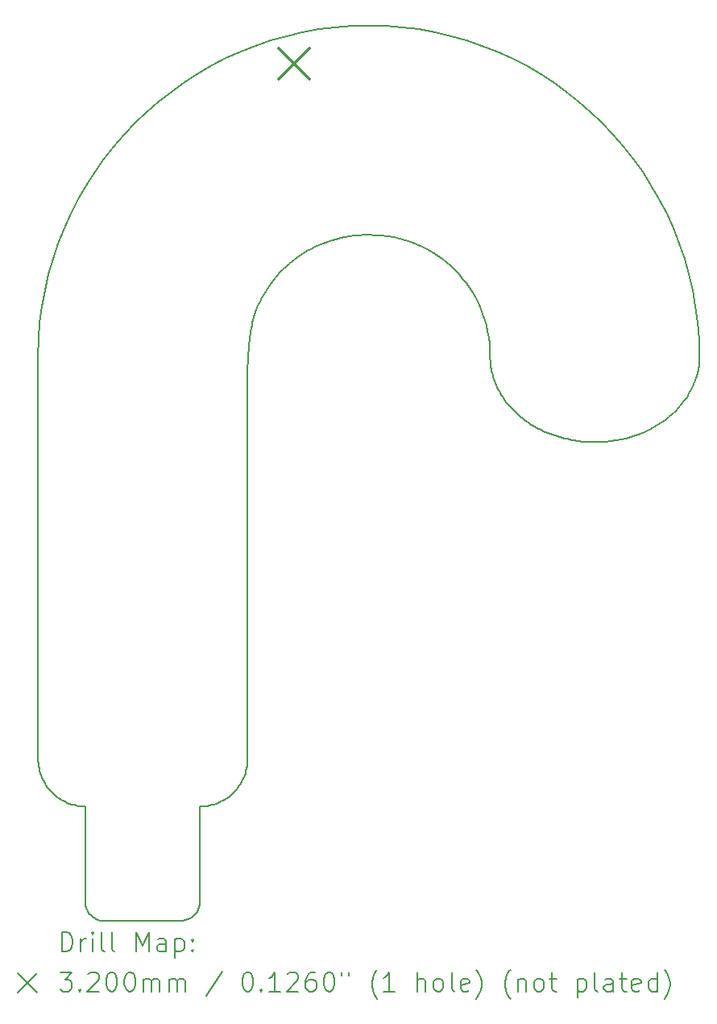
<source format=gbr>
%TF.GenerationSoftware,KiCad,Pcbnew,7.0.9*%
%TF.CreationDate,2023-12-10T17:51:25-07:00*%
%TF.ProjectId,chrimbus2023,63687269-6d62-4757-9332-3032332e6b69,rev?*%
%TF.SameCoordinates,Original*%
%TF.FileFunction,Drillmap*%
%TF.FilePolarity,Positive*%
%FSLAX45Y45*%
G04 Gerber Fmt 4.5, Leading zero omitted, Abs format (unit mm)*
G04 Created by KiCad (PCBNEW 7.0.9) date 2023-12-10 17:51:25*
%MOMM*%
%LPD*%
G01*
G04 APERTURE LIST*
%ADD10C,0.200000*%
%ADD11C,0.320000*%
G04 APERTURE END LIST*
D10*
X8051601Y-14632172D02*
X8077331Y-14631521D01*
X8102723Y-14629590D01*
X8127746Y-14626410D01*
X8152368Y-14622013D01*
X8176558Y-14616429D01*
X8200284Y-14609691D01*
X8223515Y-14601829D01*
X8246220Y-14592876D01*
X8268367Y-14582862D01*
X8289925Y-14571820D01*
X8310863Y-14559779D01*
X8331148Y-14546773D01*
X8350750Y-14532832D01*
X8369638Y-14517987D01*
X8387779Y-14502271D01*
X8405142Y-14485714D01*
X8421697Y-14468349D01*
X8437411Y-14450205D01*
X8452253Y-14431316D01*
X8466192Y-14411712D01*
X8479196Y-14391424D01*
X8491234Y-14370485D01*
X8502274Y-14348925D01*
X8512286Y-14326776D01*
X8521238Y-14304070D01*
X8529097Y-14280837D01*
X8535834Y-14257109D01*
X8541416Y-14232918D01*
X8545812Y-14208296D01*
X8548991Y-14183272D01*
X8550921Y-14157880D01*
X8551571Y-14132150D01*
X13301565Y-9906000D02*
X13297006Y-9728280D01*
X13283477Y-9552763D01*
X13261206Y-9379674D01*
X13230418Y-9209239D01*
X13191337Y-9041683D01*
X13144189Y-8877232D01*
X13089201Y-8716111D01*
X13026597Y-8558547D01*
X12956603Y-8404764D01*
X12879445Y-8254988D01*
X12795348Y-8109445D01*
X12704537Y-7968359D01*
X12607239Y-7831958D01*
X12503678Y-7700466D01*
X12394080Y-7574108D01*
X12278671Y-7453111D01*
X12157676Y-7337699D01*
X12031321Y-7228099D01*
X11899831Y-7124536D01*
X11763432Y-7027235D01*
X11622349Y-6936422D01*
X11476808Y-6852323D01*
X11327034Y-6775163D01*
X11173253Y-6705167D01*
X11015690Y-6642561D01*
X10854572Y-6587572D01*
X10690122Y-6540423D01*
X10522568Y-6501341D01*
X10352133Y-6470551D01*
X10179045Y-6448279D01*
X10003528Y-6434751D01*
X9825809Y-6430191D01*
X11101596Y-9905638D02*
X11101544Y-9906000D01*
X8051601Y-15632162D02*
X8051601Y-14632172D01*
X6845577Y-14632172D02*
X6845577Y-15632162D01*
X7851562Y-15832150D02*
X7876227Y-15830629D01*
X7900317Y-15826127D01*
X7923578Y-15818749D01*
X7945752Y-15808603D01*
X7966584Y-15795794D01*
X7985816Y-15780428D01*
X7993005Y-15773589D01*
X6351550Y-14132150D02*
X6352201Y-14157879D01*
X6354133Y-14183271D01*
X6357313Y-14208294D01*
X6361711Y-14232917D01*
X6367295Y-14257107D01*
X6374034Y-14280835D01*
X6381895Y-14304067D01*
X6390849Y-14326774D01*
X6400863Y-14348922D01*
X6411906Y-14370482D01*
X6423946Y-14391422D01*
X6436952Y-14411709D01*
X6450893Y-14431313D01*
X6465737Y-14450203D01*
X6481454Y-14468346D01*
X6498010Y-14485712D01*
X6515376Y-14502269D01*
X6533519Y-14517985D01*
X6552408Y-14532830D01*
X6572012Y-14546771D01*
X6592299Y-14559778D01*
X6613238Y-14571818D01*
X6634798Y-14582861D01*
X6656947Y-14592875D01*
X6679653Y-14601829D01*
X6702885Y-14609690D01*
X6726613Y-14616429D01*
X6750803Y-14622012D01*
X6775426Y-14626410D01*
X6800449Y-14629590D01*
X6825841Y-14631521D01*
X6851571Y-14632172D01*
X6851571Y-14632172D02*
X6845577Y-14632172D01*
X9825809Y-6430191D02*
X9648088Y-6434751D01*
X9472571Y-6448279D01*
X9299482Y-6470551D01*
X9129047Y-6501341D01*
X8961491Y-6540423D01*
X8797040Y-6587572D01*
X8635920Y-6642562D01*
X8478355Y-6705167D01*
X8324572Y-6775163D01*
X8174797Y-6852323D01*
X8029253Y-6936422D01*
X7888168Y-7027235D01*
X7751767Y-7124536D01*
X7620274Y-7228099D01*
X7493917Y-7337699D01*
X7372919Y-7453111D01*
X7257508Y-7574108D01*
X7147908Y-7700466D01*
X7044345Y-7831958D01*
X6947044Y-7968359D01*
X6856231Y-8109445D01*
X6772132Y-8254988D01*
X6694971Y-8404764D01*
X6624976Y-8558547D01*
X6562370Y-8716111D01*
X6507380Y-8877232D01*
X6460232Y-9041683D01*
X6421150Y-9209239D01*
X6390360Y-9379674D01*
X6368088Y-9552763D01*
X6354560Y-9728280D01*
X6350000Y-9906000D01*
X12201581Y-10805997D02*
X12258186Y-10804824D01*
X12314048Y-10801348D01*
X12369098Y-10795623D01*
X12423267Y-10787708D01*
X12476485Y-10777658D01*
X12528684Y-10765529D01*
X12579793Y-10751379D01*
X12629745Y-10735264D01*
X12678471Y-10717240D01*
X12725900Y-10697364D01*
X12771964Y-10675693D01*
X12816593Y-10652283D01*
X12859720Y-10627191D01*
X12901274Y-10600473D01*
X12941186Y-10572186D01*
X12979387Y-10542386D01*
X13015809Y-10511129D01*
X13050382Y-10478474D01*
X13083037Y-10444475D01*
X13113705Y-10409189D01*
X13142316Y-10372674D01*
X13168803Y-10334985D01*
X13193094Y-10296180D01*
X13215122Y-10256314D01*
X13234818Y-10215444D01*
X13252111Y-10173627D01*
X13266934Y-10130920D01*
X13279217Y-10087378D01*
X13288890Y-10043058D01*
X13295886Y-9998018D01*
X13300134Y-9952313D01*
X13301565Y-9906000D01*
X7045565Y-15832150D02*
X7851562Y-15832150D01*
X6350000Y-9906000D02*
X6350004Y-10248023D01*
X6350016Y-10547848D01*
X6350036Y-10808341D01*
X6350062Y-11032367D01*
X6350095Y-11222791D01*
X6350134Y-11382478D01*
X6350178Y-11514294D01*
X6350227Y-11621103D01*
X6350281Y-11705771D01*
X6350338Y-11771163D01*
X6350399Y-11820144D01*
X6350463Y-11855580D01*
X6350529Y-11880335D01*
X6350666Y-11909266D01*
X6350806Y-11929857D01*
X6350945Y-11965032D01*
X6351014Y-11995251D01*
X6351080Y-12037711D01*
X6351144Y-12095278D01*
X6351206Y-12170816D01*
X6351264Y-12267192D01*
X6351318Y-12387269D01*
X6351368Y-12533914D01*
X6351414Y-12709992D01*
X6351453Y-12918367D01*
X6351488Y-13161905D01*
X6351516Y-13443471D01*
X6351537Y-13765931D01*
X6351550Y-14132150D01*
X11423740Y-10542401D02*
X11443294Y-10558007D01*
X11463267Y-10573176D01*
X11483649Y-10587904D01*
X11504427Y-10602187D01*
X11525591Y-10616021D01*
X11547129Y-10629403D01*
X11569030Y-10642328D01*
X11591283Y-10654794D01*
X11613876Y-10666795D01*
X11636799Y-10678329D01*
X11660040Y-10689391D01*
X11683587Y-10699978D01*
X11707430Y-10710085D01*
X11731557Y-10719710D01*
X11755956Y-10728847D01*
X11780618Y-10737494D01*
X11805530Y-10745647D01*
X11830680Y-10753301D01*
X11856059Y-10760453D01*
X11881654Y-10767099D01*
X11907454Y-10773235D01*
X11933449Y-10778858D01*
X11959626Y-10783963D01*
X11985974Y-10788547D01*
X12012483Y-10792606D01*
X12039140Y-10796136D01*
X12065935Y-10799134D01*
X12092857Y-10801595D01*
X12119893Y-10803515D01*
X12147034Y-10804892D01*
X12174267Y-10805720D01*
X12201581Y-10805997D01*
X11101544Y-9906000D02*
X11101883Y-9928348D01*
X11102896Y-9950629D01*
X11104579Y-9972834D01*
X11106927Y-9994955D01*
X11109936Y-10016981D01*
X11113600Y-10038904D01*
X11117915Y-10060715D01*
X11122877Y-10082403D01*
X11128481Y-10103961D01*
X11134721Y-10125378D01*
X11141594Y-10146646D01*
X11149095Y-10167754D01*
X11157218Y-10188695D01*
X11165960Y-10209459D01*
X11175316Y-10230037D01*
X11185281Y-10250419D01*
X11195850Y-10270596D01*
X11207019Y-10290559D01*
X11218783Y-10310298D01*
X11231138Y-10329806D01*
X11244078Y-10349071D01*
X11257599Y-10368086D01*
X11271696Y-10386840D01*
X11286365Y-10405325D01*
X11301602Y-10423531D01*
X11317400Y-10441450D01*
X11333757Y-10459072D01*
X11350666Y-10476387D01*
X11368124Y-10493387D01*
X11386125Y-10510062D01*
X11404666Y-10526403D01*
X11423740Y-10542401D01*
X8550021Y-10405969D02*
X8549996Y-10379562D01*
X8549939Y-10352164D01*
X8549871Y-10323845D01*
X8549815Y-10294675D01*
X8549793Y-10264725D01*
X8549827Y-10234064D01*
X8549938Y-10202763D01*
X8550150Y-10170893D01*
X8550485Y-10138523D01*
X8550963Y-10105724D01*
X8551608Y-10072566D01*
X8552442Y-10039120D01*
X8553486Y-10005455D01*
X8554764Y-9971641D01*
X8556296Y-9937750D01*
X8558105Y-9903852D01*
X8560213Y-9870015D01*
X8562643Y-9836312D01*
X8565416Y-9802812D01*
X8568555Y-9769585D01*
X8572081Y-9736702D01*
X8576017Y-9704233D01*
X8580385Y-9672247D01*
X8585207Y-9640817D01*
X8590505Y-9610011D01*
X8596302Y-9579900D01*
X8602618Y-9550554D01*
X8609477Y-9522043D01*
X8616901Y-9494438D01*
X8624911Y-9467810D01*
X8633530Y-9442227D01*
X8642780Y-9417761D01*
X6845577Y-15632162D02*
X6846611Y-15652609D01*
X6849642Y-15672465D01*
X6857715Y-15700922D01*
X6869718Y-15727485D01*
X6885311Y-15751814D01*
X6904156Y-15773571D01*
X6925912Y-15792415D01*
X6950241Y-15808009D01*
X6976804Y-15820011D01*
X7005261Y-15828085D01*
X7025118Y-15831116D01*
X7045565Y-15832150D01*
X9825809Y-8630212D02*
X9892598Y-8631835D01*
X9958381Y-8636653D01*
X10023083Y-8644595D01*
X10086632Y-8655588D01*
X10148954Y-8669557D01*
X10209978Y-8686431D01*
X10269629Y-8706137D01*
X10327835Y-8728601D01*
X10384523Y-8753751D01*
X10439620Y-8781513D01*
X10493054Y-8811816D01*
X10544750Y-8844584D01*
X10594636Y-8879747D01*
X10642640Y-8917231D01*
X10688688Y-8956962D01*
X10732708Y-8998869D01*
X10774626Y-9042877D01*
X10814369Y-9088914D01*
X10851865Y-9136908D01*
X10887040Y-9186785D01*
X10919822Y-9238472D01*
X10950138Y-9291896D01*
X10977914Y-9346984D01*
X11003078Y-9403664D01*
X11025557Y-9461862D01*
X11045278Y-9521506D01*
X11062167Y-9582522D01*
X11076153Y-9644838D01*
X11087161Y-9708381D01*
X11095120Y-9773077D01*
X11099956Y-9838854D01*
X11101596Y-9905638D01*
X8551571Y-14132150D02*
X8551558Y-13782165D01*
X8551539Y-13472031D01*
X8551513Y-13199270D01*
X8551481Y-12961404D01*
X8551444Y-12755953D01*
X8551402Y-12580439D01*
X8551355Y-12432385D01*
X8551304Y-12309311D01*
X8551250Y-12208740D01*
X8551192Y-12128192D01*
X8551132Y-12065190D01*
X8551069Y-12017256D01*
X8551005Y-11981910D01*
X8550939Y-11956675D01*
X8550805Y-11926622D01*
X8550605Y-11895411D01*
X8550476Y-11854935D01*
X8550415Y-11821362D01*
X8550357Y-11775593D01*
X8550302Y-11715151D01*
X8550250Y-11637558D01*
X8550202Y-11540334D01*
X8550158Y-11421001D01*
X8550119Y-11277082D01*
X8550085Y-11106098D01*
X8550058Y-10905570D01*
X8550036Y-10673020D01*
X8550021Y-10405969D01*
X8642780Y-9417761D02*
X8661108Y-9374390D01*
X8680957Y-9331911D01*
X8702293Y-9290358D01*
X8725086Y-9249761D01*
X8749304Y-9210153D01*
X8774915Y-9171564D01*
X8801887Y-9134027D01*
X8830189Y-9097574D01*
X8859788Y-9062235D01*
X8890654Y-9028044D01*
X8922754Y-8995031D01*
X8956057Y-8963229D01*
X8990530Y-8932669D01*
X9026143Y-8903382D01*
X9062864Y-8875401D01*
X9100660Y-8848757D01*
X9139500Y-8823483D01*
X9179352Y-8799609D01*
X9220185Y-8777167D01*
X9261967Y-8756190D01*
X9304666Y-8736708D01*
X9348251Y-8718754D01*
X9392688Y-8702359D01*
X9437948Y-8687556D01*
X9483998Y-8674375D01*
X9530807Y-8662849D01*
X9578342Y-8653009D01*
X9626572Y-8644886D01*
X9675466Y-8638514D01*
X9724991Y-8633923D01*
X9775116Y-8631145D01*
X9825809Y-8630212D01*
X7993005Y-15773589D02*
X8009368Y-15755072D01*
X8023218Y-15734853D01*
X8034448Y-15713188D01*
X8042951Y-15690333D01*
X8048622Y-15666545D01*
X8051355Y-15642080D01*
X8051601Y-15632162D01*
D11*
X8882563Y-6671150D02*
X9202563Y-6991150D01*
X9202563Y-6671150D02*
X8882563Y-6991150D01*
D10*
X6600777Y-16153644D02*
X6600777Y-15953644D01*
X6600777Y-15953644D02*
X6648396Y-15953644D01*
X6648396Y-15953644D02*
X6676967Y-15963168D01*
X6676967Y-15963168D02*
X6696015Y-15982215D01*
X6696015Y-15982215D02*
X6705539Y-16001263D01*
X6705539Y-16001263D02*
X6715062Y-16039358D01*
X6715062Y-16039358D02*
X6715062Y-16067930D01*
X6715062Y-16067930D02*
X6705539Y-16106025D01*
X6705539Y-16106025D02*
X6696015Y-16125073D01*
X6696015Y-16125073D02*
X6676967Y-16144120D01*
X6676967Y-16144120D02*
X6648396Y-16153644D01*
X6648396Y-16153644D02*
X6600777Y-16153644D01*
X6800777Y-16153644D02*
X6800777Y-16020311D01*
X6800777Y-16058406D02*
X6810301Y-16039358D01*
X6810301Y-16039358D02*
X6819824Y-16029834D01*
X6819824Y-16029834D02*
X6838872Y-16020311D01*
X6838872Y-16020311D02*
X6857920Y-16020311D01*
X6924586Y-16153644D02*
X6924586Y-16020311D01*
X6924586Y-15953644D02*
X6915062Y-15963168D01*
X6915062Y-15963168D02*
X6924586Y-15972692D01*
X6924586Y-15972692D02*
X6934110Y-15963168D01*
X6934110Y-15963168D02*
X6924586Y-15953644D01*
X6924586Y-15953644D02*
X6924586Y-15972692D01*
X7048396Y-16153644D02*
X7029348Y-16144120D01*
X7029348Y-16144120D02*
X7019824Y-16125073D01*
X7019824Y-16125073D02*
X7019824Y-15953644D01*
X7153158Y-16153644D02*
X7134110Y-16144120D01*
X7134110Y-16144120D02*
X7124586Y-16125073D01*
X7124586Y-16125073D02*
X7124586Y-15953644D01*
X7381729Y-16153644D02*
X7381729Y-15953644D01*
X7381729Y-15953644D02*
X7448396Y-16096501D01*
X7448396Y-16096501D02*
X7515062Y-15953644D01*
X7515062Y-15953644D02*
X7515062Y-16153644D01*
X7696015Y-16153644D02*
X7696015Y-16048882D01*
X7696015Y-16048882D02*
X7686491Y-16029834D01*
X7686491Y-16029834D02*
X7667443Y-16020311D01*
X7667443Y-16020311D02*
X7629348Y-16020311D01*
X7629348Y-16020311D02*
X7610301Y-16029834D01*
X7696015Y-16144120D02*
X7676967Y-16153644D01*
X7676967Y-16153644D02*
X7629348Y-16153644D01*
X7629348Y-16153644D02*
X7610301Y-16144120D01*
X7610301Y-16144120D02*
X7600777Y-16125073D01*
X7600777Y-16125073D02*
X7600777Y-16106025D01*
X7600777Y-16106025D02*
X7610301Y-16086977D01*
X7610301Y-16086977D02*
X7629348Y-16077454D01*
X7629348Y-16077454D02*
X7676967Y-16077454D01*
X7676967Y-16077454D02*
X7696015Y-16067930D01*
X7791253Y-16020311D02*
X7791253Y-16220311D01*
X7791253Y-16029834D02*
X7810301Y-16020311D01*
X7810301Y-16020311D02*
X7848396Y-16020311D01*
X7848396Y-16020311D02*
X7867443Y-16029834D01*
X7867443Y-16029834D02*
X7876967Y-16039358D01*
X7876967Y-16039358D02*
X7886491Y-16058406D01*
X7886491Y-16058406D02*
X7886491Y-16115549D01*
X7886491Y-16115549D02*
X7876967Y-16134596D01*
X7876967Y-16134596D02*
X7867443Y-16144120D01*
X7867443Y-16144120D02*
X7848396Y-16153644D01*
X7848396Y-16153644D02*
X7810301Y-16153644D01*
X7810301Y-16153644D02*
X7791253Y-16144120D01*
X7972205Y-16134596D02*
X7981729Y-16144120D01*
X7981729Y-16144120D02*
X7972205Y-16153644D01*
X7972205Y-16153644D02*
X7962682Y-16144120D01*
X7962682Y-16144120D02*
X7972205Y-16134596D01*
X7972205Y-16134596D02*
X7972205Y-16153644D01*
X7972205Y-16029834D02*
X7981729Y-16039358D01*
X7981729Y-16039358D02*
X7972205Y-16048882D01*
X7972205Y-16048882D02*
X7962682Y-16039358D01*
X7962682Y-16039358D02*
X7972205Y-16029834D01*
X7972205Y-16029834D02*
X7972205Y-16048882D01*
X6140000Y-16382160D02*
X6340000Y-16582160D01*
X6340000Y-16382160D02*
X6140000Y-16582160D01*
X6581729Y-16373644D02*
X6705539Y-16373644D01*
X6705539Y-16373644D02*
X6638872Y-16449834D01*
X6638872Y-16449834D02*
X6667443Y-16449834D01*
X6667443Y-16449834D02*
X6686491Y-16459358D01*
X6686491Y-16459358D02*
X6696015Y-16468882D01*
X6696015Y-16468882D02*
X6705539Y-16487930D01*
X6705539Y-16487930D02*
X6705539Y-16535549D01*
X6705539Y-16535549D02*
X6696015Y-16554596D01*
X6696015Y-16554596D02*
X6686491Y-16564120D01*
X6686491Y-16564120D02*
X6667443Y-16573644D01*
X6667443Y-16573644D02*
X6610301Y-16573644D01*
X6610301Y-16573644D02*
X6591253Y-16564120D01*
X6591253Y-16564120D02*
X6581729Y-16554596D01*
X6791253Y-16554596D02*
X6800777Y-16564120D01*
X6800777Y-16564120D02*
X6791253Y-16573644D01*
X6791253Y-16573644D02*
X6781729Y-16564120D01*
X6781729Y-16564120D02*
X6791253Y-16554596D01*
X6791253Y-16554596D02*
X6791253Y-16573644D01*
X6876967Y-16392692D02*
X6886491Y-16383168D01*
X6886491Y-16383168D02*
X6905539Y-16373644D01*
X6905539Y-16373644D02*
X6953158Y-16373644D01*
X6953158Y-16373644D02*
X6972205Y-16383168D01*
X6972205Y-16383168D02*
X6981729Y-16392692D01*
X6981729Y-16392692D02*
X6991253Y-16411739D01*
X6991253Y-16411739D02*
X6991253Y-16430787D01*
X6991253Y-16430787D02*
X6981729Y-16459358D01*
X6981729Y-16459358D02*
X6867443Y-16573644D01*
X6867443Y-16573644D02*
X6991253Y-16573644D01*
X7115062Y-16373644D02*
X7134110Y-16373644D01*
X7134110Y-16373644D02*
X7153158Y-16383168D01*
X7153158Y-16383168D02*
X7162682Y-16392692D01*
X7162682Y-16392692D02*
X7172205Y-16411739D01*
X7172205Y-16411739D02*
X7181729Y-16449834D01*
X7181729Y-16449834D02*
X7181729Y-16497454D01*
X7181729Y-16497454D02*
X7172205Y-16535549D01*
X7172205Y-16535549D02*
X7162682Y-16554596D01*
X7162682Y-16554596D02*
X7153158Y-16564120D01*
X7153158Y-16564120D02*
X7134110Y-16573644D01*
X7134110Y-16573644D02*
X7115062Y-16573644D01*
X7115062Y-16573644D02*
X7096015Y-16564120D01*
X7096015Y-16564120D02*
X7086491Y-16554596D01*
X7086491Y-16554596D02*
X7076967Y-16535549D01*
X7076967Y-16535549D02*
X7067443Y-16497454D01*
X7067443Y-16497454D02*
X7067443Y-16449834D01*
X7067443Y-16449834D02*
X7076967Y-16411739D01*
X7076967Y-16411739D02*
X7086491Y-16392692D01*
X7086491Y-16392692D02*
X7096015Y-16383168D01*
X7096015Y-16383168D02*
X7115062Y-16373644D01*
X7305539Y-16373644D02*
X7324586Y-16373644D01*
X7324586Y-16373644D02*
X7343634Y-16383168D01*
X7343634Y-16383168D02*
X7353158Y-16392692D01*
X7353158Y-16392692D02*
X7362682Y-16411739D01*
X7362682Y-16411739D02*
X7372205Y-16449834D01*
X7372205Y-16449834D02*
X7372205Y-16497454D01*
X7372205Y-16497454D02*
X7362682Y-16535549D01*
X7362682Y-16535549D02*
X7353158Y-16554596D01*
X7353158Y-16554596D02*
X7343634Y-16564120D01*
X7343634Y-16564120D02*
X7324586Y-16573644D01*
X7324586Y-16573644D02*
X7305539Y-16573644D01*
X7305539Y-16573644D02*
X7286491Y-16564120D01*
X7286491Y-16564120D02*
X7276967Y-16554596D01*
X7276967Y-16554596D02*
X7267443Y-16535549D01*
X7267443Y-16535549D02*
X7257920Y-16497454D01*
X7257920Y-16497454D02*
X7257920Y-16449834D01*
X7257920Y-16449834D02*
X7267443Y-16411739D01*
X7267443Y-16411739D02*
X7276967Y-16392692D01*
X7276967Y-16392692D02*
X7286491Y-16383168D01*
X7286491Y-16383168D02*
X7305539Y-16373644D01*
X7457920Y-16573644D02*
X7457920Y-16440311D01*
X7457920Y-16459358D02*
X7467443Y-16449834D01*
X7467443Y-16449834D02*
X7486491Y-16440311D01*
X7486491Y-16440311D02*
X7515063Y-16440311D01*
X7515063Y-16440311D02*
X7534110Y-16449834D01*
X7534110Y-16449834D02*
X7543634Y-16468882D01*
X7543634Y-16468882D02*
X7543634Y-16573644D01*
X7543634Y-16468882D02*
X7553158Y-16449834D01*
X7553158Y-16449834D02*
X7572205Y-16440311D01*
X7572205Y-16440311D02*
X7600777Y-16440311D01*
X7600777Y-16440311D02*
X7619824Y-16449834D01*
X7619824Y-16449834D02*
X7629348Y-16468882D01*
X7629348Y-16468882D02*
X7629348Y-16573644D01*
X7724586Y-16573644D02*
X7724586Y-16440311D01*
X7724586Y-16459358D02*
X7734110Y-16449834D01*
X7734110Y-16449834D02*
X7753158Y-16440311D01*
X7753158Y-16440311D02*
X7781729Y-16440311D01*
X7781729Y-16440311D02*
X7800777Y-16449834D01*
X7800777Y-16449834D02*
X7810301Y-16468882D01*
X7810301Y-16468882D02*
X7810301Y-16573644D01*
X7810301Y-16468882D02*
X7819824Y-16449834D01*
X7819824Y-16449834D02*
X7838872Y-16440311D01*
X7838872Y-16440311D02*
X7867443Y-16440311D01*
X7867443Y-16440311D02*
X7886491Y-16449834D01*
X7886491Y-16449834D02*
X7896015Y-16468882D01*
X7896015Y-16468882D02*
X7896015Y-16573644D01*
X8286491Y-16364120D02*
X8115063Y-16621263D01*
X8543634Y-16373644D02*
X8562682Y-16373644D01*
X8562682Y-16373644D02*
X8581729Y-16383168D01*
X8581729Y-16383168D02*
X8591253Y-16392692D01*
X8591253Y-16392692D02*
X8600777Y-16411739D01*
X8600777Y-16411739D02*
X8610301Y-16449834D01*
X8610301Y-16449834D02*
X8610301Y-16497454D01*
X8610301Y-16497454D02*
X8600777Y-16535549D01*
X8600777Y-16535549D02*
X8591253Y-16554596D01*
X8591253Y-16554596D02*
X8581729Y-16564120D01*
X8581729Y-16564120D02*
X8562682Y-16573644D01*
X8562682Y-16573644D02*
X8543634Y-16573644D01*
X8543634Y-16573644D02*
X8524587Y-16564120D01*
X8524587Y-16564120D02*
X8515063Y-16554596D01*
X8515063Y-16554596D02*
X8505539Y-16535549D01*
X8505539Y-16535549D02*
X8496015Y-16497454D01*
X8496015Y-16497454D02*
X8496015Y-16449834D01*
X8496015Y-16449834D02*
X8505539Y-16411739D01*
X8505539Y-16411739D02*
X8515063Y-16392692D01*
X8515063Y-16392692D02*
X8524587Y-16383168D01*
X8524587Y-16383168D02*
X8543634Y-16373644D01*
X8696015Y-16554596D02*
X8705539Y-16564120D01*
X8705539Y-16564120D02*
X8696015Y-16573644D01*
X8696015Y-16573644D02*
X8686491Y-16564120D01*
X8686491Y-16564120D02*
X8696015Y-16554596D01*
X8696015Y-16554596D02*
X8696015Y-16573644D01*
X8896015Y-16573644D02*
X8781729Y-16573644D01*
X8838872Y-16573644D02*
X8838872Y-16373644D01*
X8838872Y-16373644D02*
X8819825Y-16402215D01*
X8819825Y-16402215D02*
X8800777Y-16421263D01*
X8800777Y-16421263D02*
X8781729Y-16430787D01*
X8972206Y-16392692D02*
X8981729Y-16383168D01*
X8981729Y-16383168D02*
X9000777Y-16373644D01*
X9000777Y-16373644D02*
X9048396Y-16373644D01*
X9048396Y-16373644D02*
X9067444Y-16383168D01*
X9067444Y-16383168D02*
X9076968Y-16392692D01*
X9076968Y-16392692D02*
X9086491Y-16411739D01*
X9086491Y-16411739D02*
X9086491Y-16430787D01*
X9086491Y-16430787D02*
X9076968Y-16459358D01*
X9076968Y-16459358D02*
X8962682Y-16573644D01*
X8962682Y-16573644D02*
X9086491Y-16573644D01*
X9257920Y-16373644D02*
X9219825Y-16373644D01*
X9219825Y-16373644D02*
X9200777Y-16383168D01*
X9200777Y-16383168D02*
X9191253Y-16392692D01*
X9191253Y-16392692D02*
X9172206Y-16421263D01*
X9172206Y-16421263D02*
X9162682Y-16459358D01*
X9162682Y-16459358D02*
X9162682Y-16535549D01*
X9162682Y-16535549D02*
X9172206Y-16554596D01*
X9172206Y-16554596D02*
X9181729Y-16564120D01*
X9181729Y-16564120D02*
X9200777Y-16573644D01*
X9200777Y-16573644D02*
X9238872Y-16573644D01*
X9238872Y-16573644D02*
X9257920Y-16564120D01*
X9257920Y-16564120D02*
X9267444Y-16554596D01*
X9267444Y-16554596D02*
X9276968Y-16535549D01*
X9276968Y-16535549D02*
X9276968Y-16487930D01*
X9276968Y-16487930D02*
X9267444Y-16468882D01*
X9267444Y-16468882D02*
X9257920Y-16459358D01*
X9257920Y-16459358D02*
X9238872Y-16449834D01*
X9238872Y-16449834D02*
X9200777Y-16449834D01*
X9200777Y-16449834D02*
X9181729Y-16459358D01*
X9181729Y-16459358D02*
X9172206Y-16468882D01*
X9172206Y-16468882D02*
X9162682Y-16487930D01*
X9400777Y-16373644D02*
X9419825Y-16373644D01*
X9419825Y-16373644D02*
X9438872Y-16383168D01*
X9438872Y-16383168D02*
X9448396Y-16392692D01*
X9448396Y-16392692D02*
X9457920Y-16411739D01*
X9457920Y-16411739D02*
X9467444Y-16449834D01*
X9467444Y-16449834D02*
X9467444Y-16497454D01*
X9467444Y-16497454D02*
X9457920Y-16535549D01*
X9457920Y-16535549D02*
X9448396Y-16554596D01*
X9448396Y-16554596D02*
X9438872Y-16564120D01*
X9438872Y-16564120D02*
X9419825Y-16573644D01*
X9419825Y-16573644D02*
X9400777Y-16573644D01*
X9400777Y-16573644D02*
X9381729Y-16564120D01*
X9381729Y-16564120D02*
X9372206Y-16554596D01*
X9372206Y-16554596D02*
X9362682Y-16535549D01*
X9362682Y-16535549D02*
X9353158Y-16497454D01*
X9353158Y-16497454D02*
X9353158Y-16449834D01*
X9353158Y-16449834D02*
X9362682Y-16411739D01*
X9362682Y-16411739D02*
X9372206Y-16392692D01*
X9372206Y-16392692D02*
X9381729Y-16383168D01*
X9381729Y-16383168D02*
X9400777Y-16373644D01*
X9543634Y-16373644D02*
X9543634Y-16411739D01*
X9619825Y-16373644D02*
X9619825Y-16411739D01*
X9915063Y-16649834D02*
X9905539Y-16640311D01*
X9905539Y-16640311D02*
X9886491Y-16611739D01*
X9886491Y-16611739D02*
X9876968Y-16592692D01*
X9876968Y-16592692D02*
X9867444Y-16564120D01*
X9867444Y-16564120D02*
X9857920Y-16516501D01*
X9857920Y-16516501D02*
X9857920Y-16478406D01*
X9857920Y-16478406D02*
X9867444Y-16430787D01*
X9867444Y-16430787D02*
X9876968Y-16402215D01*
X9876968Y-16402215D02*
X9886491Y-16383168D01*
X9886491Y-16383168D02*
X9905539Y-16354596D01*
X9905539Y-16354596D02*
X9915063Y-16345073D01*
X10096015Y-16573644D02*
X9981730Y-16573644D01*
X10038872Y-16573644D02*
X10038872Y-16373644D01*
X10038872Y-16373644D02*
X10019825Y-16402215D01*
X10019825Y-16402215D02*
X10000777Y-16421263D01*
X10000777Y-16421263D02*
X9981730Y-16430787D01*
X10334111Y-16573644D02*
X10334111Y-16373644D01*
X10419825Y-16573644D02*
X10419825Y-16468882D01*
X10419825Y-16468882D02*
X10410301Y-16449834D01*
X10410301Y-16449834D02*
X10391253Y-16440311D01*
X10391253Y-16440311D02*
X10362682Y-16440311D01*
X10362682Y-16440311D02*
X10343634Y-16449834D01*
X10343634Y-16449834D02*
X10334111Y-16459358D01*
X10543634Y-16573644D02*
X10524587Y-16564120D01*
X10524587Y-16564120D02*
X10515063Y-16554596D01*
X10515063Y-16554596D02*
X10505539Y-16535549D01*
X10505539Y-16535549D02*
X10505539Y-16478406D01*
X10505539Y-16478406D02*
X10515063Y-16459358D01*
X10515063Y-16459358D02*
X10524587Y-16449834D01*
X10524587Y-16449834D02*
X10543634Y-16440311D01*
X10543634Y-16440311D02*
X10572206Y-16440311D01*
X10572206Y-16440311D02*
X10591253Y-16449834D01*
X10591253Y-16449834D02*
X10600777Y-16459358D01*
X10600777Y-16459358D02*
X10610301Y-16478406D01*
X10610301Y-16478406D02*
X10610301Y-16535549D01*
X10610301Y-16535549D02*
X10600777Y-16554596D01*
X10600777Y-16554596D02*
X10591253Y-16564120D01*
X10591253Y-16564120D02*
X10572206Y-16573644D01*
X10572206Y-16573644D02*
X10543634Y-16573644D01*
X10724587Y-16573644D02*
X10705539Y-16564120D01*
X10705539Y-16564120D02*
X10696015Y-16545073D01*
X10696015Y-16545073D02*
X10696015Y-16373644D01*
X10876968Y-16564120D02*
X10857920Y-16573644D01*
X10857920Y-16573644D02*
X10819825Y-16573644D01*
X10819825Y-16573644D02*
X10800777Y-16564120D01*
X10800777Y-16564120D02*
X10791253Y-16545073D01*
X10791253Y-16545073D02*
X10791253Y-16468882D01*
X10791253Y-16468882D02*
X10800777Y-16449834D01*
X10800777Y-16449834D02*
X10819825Y-16440311D01*
X10819825Y-16440311D02*
X10857920Y-16440311D01*
X10857920Y-16440311D02*
X10876968Y-16449834D01*
X10876968Y-16449834D02*
X10886492Y-16468882D01*
X10886492Y-16468882D02*
X10886492Y-16487930D01*
X10886492Y-16487930D02*
X10791253Y-16506977D01*
X10953158Y-16649834D02*
X10962682Y-16640311D01*
X10962682Y-16640311D02*
X10981730Y-16611739D01*
X10981730Y-16611739D02*
X10991253Y-16592692D01*
X10991253Y-16592692D02*
X11000777Y-16564120D01*
X11000777Y-16564120D02*
X11010301Y-16516501D01*
X11010301Y-16516501D02*
X11010301Y-16478406D01*
X11010301Y-16478406D02*
X11000777Y-16430787D01*
X11000777Y-16430787D02*
X10991253Y-16402215D01*
X10991253Y-16402215D02*
X10981730Y-16383168D01*
X10981730Y-16383168D02*
X10962682Y-16354596D01*
X10962682Y-16354596D02*
X10953158Y-16345073D01*
X11315063Y-16649834D02*
X11305539Y-16640311D01*
X11305539Y-16640311D02*
X11286491Y-16611739D01*
X11286491Y-16611739D02*
X11276968Y-16592692D01*
X11276968Y-16592692D02*
X11267444Y-16564120D01*
X11267444Y-16564120D02*
X11257920Y-16516501D01*
X11257920Y-16516501D02*
X11257920Y-16478406D01*
X11257920Y-16478406D02*
X11267444Y-16430787D01*
X11267444Y-16430787D02*
X11276968Y-16402215D01*
X11276968Y-16402215D02*
X11286491Y-16383168D01*
X11286491Y-16383168D02*
X11305539Y-16354596D01*
X11305539Y-16354596D02*
X11315063Y-16345073D01*
X11391253Y-16440311D02*
X11391253Y-16573644D01*
X11391253Y-16459358D02*
X11400777Y-16449834D01*
X11400777Y-16449834D02*
X11419825Y-16440311D01*
X11419825Y-16440311D02*
X11448396Y-16440311D01*
X11448396Y-16440311D02*
X11467444Y-16449834D01*
X11467444Y-16449834D02*
X11476968Y-16468882D01*
X11476968Y-16468882D02*
X11476968Y-16573644D01*
X11600777Y-16573644D02*
X11581730Y-16564120D01*
X11581730Y-16564120D02*
X11572206Y-16554596D01*
X11572206Y-16554596D02*
X11562682Y-16535549D01*
X11562682Y-16535549D02*
X11562682Y-16478406D01*
X11562682Y-16478406D02*
X11572206Y-16459358D01*
X11572206Y-16459358D02*
X11581730Y-16449834D01*
X11581730Y-16449834D02*
X11600777Y-16440311D01*
X11600777Y-16440311D02*
X11629349Y-16440311D01*
X11629349Y-16440311D02*
X11648396Y-16449834D01*
X11648396Y-16449834D02*
X11657920Y-16459358D01*
X11657920Y-16459358D02*
X11667444Y-16478406D01*
X11667444Y-16478406D02*
X11667444Y-16535549D01*
X11667444Y-16535549D02*
X11657920Y-16554596D01*
X11657920Y-16554596D02*
X11648396Y-16564120D01*
X11648396Y-16564120D02*
X11629349Y-16573644D01*
X11629349Y-16573644D02*
X11600777Y-16573644D01*
X11724587Y-16440311D02*
X11800777Y-16440311D01*
X11753158Y-16373644D02*
X11753158Y-16545073D01*
X11753158Y-16545073D02*
X11762682Y-16564120D01*
X11762682Y-16564120D02*
X11781730Y-16573644D01*
X11781730Y-16573644D02*
X11800777Y-16573644D01*
X12019825Y-16440311D02*
X12019825Y-16640311D01*
X12019825Y-16449834D02*
X12038872Y-16440311D01*
X12038872Y-16440311D02*
X12076968Y-16440311D01*
X12076968Y-16440311D02*
X12096015Y-16449834D01*
X12096015Y-16449834D02*
X12105539Y-16459358D01*
X12105539Y-16459358D02*
X12115063Y-16478406D01*
X12115063Y-16478406D02*
X12115063Y-16535549D01*
X12115063Y-16535549D02*
X12105539Y-16554596D01*
X12105539Y-16554596D02*
X12096015Y-16564120D01*
X12096015Y-16564120D02*
X12076968Y-16573644D01*
X12076968Y-16573644D02*
X12038872Y-16573644D01*
X12038872Y-16573644D02*
X12019825Y-16564120D01*
X12229349Y-16573644D02*
X12210301Y-16564120D01*
X12210301Y-16564120D02*
X12200777Y-16545073D01*
X12200777Y-16545073D02*
X12200777Y-16373644D01*
X12391253Y-16573644D02*
X12391253Y-16468882D01*
X12391253Y-16468882D02*
X12381730Y-16449834D01*
X12381730Y-16449834D02*
X12362682Y-16440311D01*
X12362682Y-16440311D02*
X12324587Y-16440311D01*
X12324587Y-16440311D02*
X12305539Y-16449834D01*
X12391253Y-16564120D02*
X12372206Y-16573644D01*
X12372206Y-16573644D02*
X12324587Y-16573644D01*
X12324587Y-16573644D02*
X12305539Y-16564120D01*
X12305539Y-16564120D02*
X12296015Y-16545073D01*
X12296015Y-16545073D02*
X12296015Y-16526025D01*
X12296015Y-16526025D02*
X12305539Y-16506977D01*
X12305539Y-16506977D02*
X12324587Y-16497454D01*
X12324587Y-16497454D02*
X12372206Y-16497454D01*
X12372206Y-16497454D02*
X12391253Y-16487930D01*
X12457920Y-16440311D02*
X12534111Y-16440311D01*
X12486492Y-16373644D02*
X12486492Y-16545073D01*
X12486492Y-16545073D02*
X12496015Y-16564120D01*
X12496015Y-16564120D02*
X12515063Y-16573644D01*
X12515063Y-16573644D02*
X12534111Y-16573644D01*
X12676968Y-16564120D02*
X12657920Y-16573644D01*
X12657920Y-16573644D02*
X12619825Y-16573644D01*
X12619825Y-16573644D02*
X12600777Y-16564120D01*
X12600777Y-16564120D02*
X12591253Y-16545073D01*
X12591253Y-16545073D02*
X12591253Y-16468882D01*
X12591253Y-16468882D02*
X12600777Y-16449834D01*
X12600777Y-16449834D02*
X12619825Y-16440311D01*
X12619825Y-16440311D02*
X12657920Y-16440311D01*
X12657920Y-16440311D02*
X12676968Y-16449834D01*
X12676968Y-16449834D02*
X12686492Y-16468882D01*
X12686492Y-16468882D02*
X12686492Y-16487930D01*
X12686492Y-16487930D02*
X12591253Y-16506977D01*
X12857920Y-16573644D02*
X12857920Y-16373644D01*
X12857920Y-16564120D02*
X12838873Y-16573644D01*
X12838873Y-16573644D02*
X12800777Y-16573644D01*
X12800777Y-16573644D02*
X12781730Y-16564120D01*
X12781730Y-16564120D02*
X12772206Y-16554596D01*
X12772206Y-16554596D02*
X12762682Y-16535549D01*
X12762682Y-16535549D02*
X12762682Y-16478406D01*
X12762682Y-16478406D02*
X12772206Y-16459358D01*
X12772206Y-16459358D02*
X12781730Y-16449834D01*
X12781730Y-16449834D02*
X12800777Y-16440311D01*
X12800777Y-16440311D02*
X12838873Y-16440311D01*
X12838873Y-16440311D02*
X12857920Y-16449834D01*
X12934111Y-16649834D02*
X12943634Y-16640311D01*
X12943634Y-16640311D02*
X12962682Y-16611739D01*
X12962682Y-16611739D02*
X12972206Y-16592692D01*
X12972206Y-16592692D02*
X12981730Y-16564120D01*
X12981730Y-16564120D02*
X12991253Y-16516501D01*
X12991253Y-16516501D02*
X12991253Y-16478406D01*
X12991253Y-16478406D02*
X12981730Y-16430787D01*
X12981730Y-16430787D02*
X12972206Y-16402215D01*
X12972206Y-16402215D02*
X12962682Y-16383168D01*
X12962682Y-16383168D02*
X12943634Y-16354596D01*
X12943634Y-16354596D02*
X12934111Y-16345073D01*
M02*

</source>
